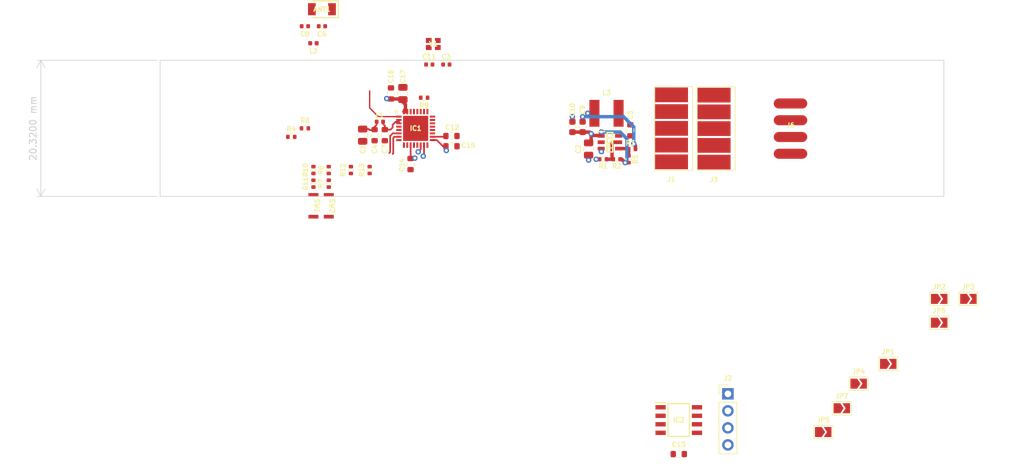
<source format=kicad_pcb>
(kicad_pcb (version 20211014) (generator pcbnew)
  (layers (0 "F.Cu" signal) (1 "In1.Cu" signal) (2 "In2.Cu" signal) (31 "B.Cu" signal) (34 "B.Paste" user) (35 "F.Paste" user) (36 "B.SilkS" user "B.Silkscreen") (37 "F.SilkS" user "F.Silkscreen") (38 "B.Mask" user) (39 "F.Mask" user) (44 "Edge.Cuts" user))
  (net 0 "")
  (net 1 "Net-(ANT1-Pad1)")
  (net 3 "VCC_A")
  (net 4 "GND")
  (net 5 "VIN")
  (net 6 "XTAL_P")
  (net 7 "Net-(C5-Pad1)")
  (net 8 "Net-(C5-Pad2)")
  (net 9 "VCC_3P3")
  (net 10 "LNA_IN")
  (net 11 "XTAL_N")
  (net 12 "GPIO11")
  (net 13 "EDGE0")
  (net 14 "EDGE1")
  (net 15 "BOOT2")
  (net 16 "ESP_EN")
  (net 17 "RS485_RX")
  (net 18 "RS485_TX")
  (net 19 "RS485_DE_RE")
  (net 20 "/GPIO6")
  (net 21 "/GPIO7")
  (net 22 "BOOT1")
  (net 23 "BOOT0")
  (net 24 "EDGE3")
  (net 25 "EDGE4")
  (net 26 "/GPIO13")
  (net 27 "/GPIO14")
  (net 28 "LED_DI")
  (net 29 "EDGE2")
  (net 30 "EDGE5")
  (net 31 "U0RXD")
  (net 32 "Net-(IC1-Pad28)")
  (net 33 "RS485_RX+")
  (net 34 "RS485_RX-")
  (net 35 "Net-(J2-Pad2)")
  (net 36 "Net-(J2-Pad3)")
  (net 37 "Net-(PS1-Pad4)")
  (net 38 "Net-(PS1-Pad5)")
  (net 39 "U0TXD")
  (net 40 "Net-(R7-Pad1)")
  (net 41 "Net-(R11-Pad1)")
  (net 42 "/GPIO0")
  (net 43 "/GPIO1")
  (footprint "hexleaf:ANTC3216X140N" (layer "F.Cu") (at 110.49 17.78 180)
    (fp_text reference "ANT1" (at 0 0) (layer "F.SilkS") (effects (font (size 0.7 0.7) (thickness 0.254))))
    (fp_text value "AMCA31-2R450G-S1F-T3" hide)
    (fp_line (start 1.5 -1.25) (end -2.425 -1.25) (layer "F.SilkS") (width 0.2))
    (fp_line (start -2.425 1.25) (end 1.5 1.25) (layer "F.SilkS") (width 0.2))
    (fp_line (start -2.425 -1.25) (end -2.425 1.25) (layer "F.SilkS") (width 0.2))
    (pad "1" smd rect (at -1.5 0 180) (size 1.15 1.8) (layers "F.Cu" "F.Paste" "F.Mask") (net 1 "Net-(ANT1-Pad1)"))
    (pad "2" smd rect (at 1.5 0 180) (size 1.15 1.8) (layers "F.Cu" "F.Paste" "F.Mask"))
  )
  (footprint "Resistor_SMD:R_0402_1005Metric" (layer "F.Cu") (at 156.21 40.17 -90)
    (fp_text reference "R5" (at 0 -1.016 90) (layer "F.SilkS") (effects (font (size 0.7 0.7))))
    (fp_text value "24k")
    (fp_line (start -0.153641 -0.38) (end 0.153641 -0.38) (layer "F.SilkS") (width 0.12))
    (fp_line (start -0.153641 0.38) (end 0.153641 0.38) (layer "F.SilkS") (width 0.12))
    (pad "1" smd roundrect locked (at -0.51 0 270) (size 0.54 0.64) (layers "F.Cu" "F.Paste" "F.Mask") (net 37 "Net-(PS1-Pad4)"))
    (pad "2" smd roundrect locked (at 0.51 0 270) (size 0.54 0.64) (layers "F.Cu" "F.Paste" "F.Mask") (net 4 "GND"))
  )
  (footprint "Capacitor_SMD:C_0603_1608Metric" (layer "F.Cu") (at 147.828 35.344 -90)
    (fp_text reference "C10" (at -2.54 0 90) (layer "F.SilkS") (effects (font (size 0.7 0.7))))
    (fp_text value "22uF /10V")
    (fp_line (start -0.14058 0.51) (end 0.14058 0.51) (layer "F.SilkS") (width 0.12))
    (fp_line (start -0.14058 -0.51) (end 0.14058 -0.51) (layer "F.SilkS") (width 0.12))
    (pad "1" smd roundrect locked (at -0.775 0 270) (size 0.9 0.95) (layers "F.Cu" "F.Paste" "F.Mask") (net 3 "VCC_A"))
    (pad "2" smd roundrect locked (at 0.775 0 270) (size 0.9 0.95) (layers "F.Cu" "F.Paste" "F.Mask") (net 4 "GND"))
  )
  (footprint "Resistor_SMD:R_0402_1005Metric" (layer "F.Cu") (at 107.95 35.56)
    (fp_text reference "R8" (at 0 -1.17) (layer "F.SilkS") (effects (font (size 0.7 0.7))))
    (fp_text value "0R")
    (fp_line (start -0.153641 -0.38) (end 0.153641 -0.38) (layer "F.SilkS") (width 0.12))
    (fp_line (start -0.153641 0.38) (end 0.153641 0.38) (layer "F.SilkS") (width 0.12))
    (pad "1" smd roundrect locked (at -0.51 0) (size 0.54 0.64) (layers "F.Cu" "F.Paste" "F.Mask") (net 35 "Net-(J2-Pad2)"))
    (pad "2" smd roundrect locked (at 0.51 0) (size 0.54 0.64) (layers "F.Cu" "F.Paste" "F.Mask") (net 31 "U0RXD"))
  )
  (footprint "Resistor_SMD:R_0402_1005Metric" (layer "F.Cu") (at 156.718 38.646 180)
    (fp_text reference "R3" (at 0.254 0.889) (layer "F.SilkS") (effects (font (size 0.7 0.7))))
    (fp_text value "75k")
    (fp_line (start -0.153641 -0.38) (end 0.153641 -0.38) (layer "F.SilkS") (width 0.12))
    (fp_line (start -0.153641 0.38) (end 0.153641 0.38) (layer "F.SilkS") (width 0.12))
    (pad "1" smd roundrect locked (at -0.51 0 180) (size 0.54 0.64) (layers "F.Cu" "F.Paste" "F.Mask") (net 3 "VCC_A"))
    (pad "2" smd roundrect locked (at 0.51 0 180) (size 0.54 0.64) (layers "F.Cu" "F.Paste" "F.Mask") (net 37 "Net-(PS1-Pad4)"))
  )
  (footprint "hexleaf:KXT3-1831561" (layer "F.Cu") (at 109.22 47.117 -90)
    (fp_text reference "SW1" (at 0 -0.5 -90 unlocked) (layer "F.SilkS") (effects (font (size 0.7 0.7))))
    (fp_text value "SW_SPST")
    (pad "1" smd rect (at -1.625 0 270) (size 0.55 1.5) (layers "F.Cu" "F.Paste" "F.Mask") (net 41 "Net-(R11-Pad1)"))
    (pad "2" smd rect (at 1.625 0 270) (size 0.55 1.5) (layers "F.Cu" "F.Paste" "F.Mask") (net 4 "GND"))
  )
  (footprint "Jumper:SolderJumper-2_P1.3mm_Open_TrianglePad1.0x1.5mm" (layer "F.Cu") (at 194.91 70.71)
    (fp_text reference "JP1" (at 0 -1.8) (layer "F.SilkS") (effects (font (size 0.7 0.7))))
    (fp_text value "SolderJumper_2_Open")
    (fp_line (start 1.4 1) (end -1.4 1) (layer "F.SilkS") (width 0.12))
    (fp_line (start -1.4 1) (end -1.4 -1) (layer "F.SilkS") (width 0.12))
    (fp_line (start -1.4 -1) (end 1.4 -1) (layer "F.SilkS") (width 0.12))
    (fp_line (start 1.4 -1) (end 1.4 1) (layer "F.SilkS") (width 0.12))
    (pad "1" smd custom locked (at -0.725 0) (size 0.3 0.3) (layers "F.Cu" "F.Mask") (net 13 "EDGE0") (options (clearance outline) (anchor rect)) (primitives (gr_poly (pts (xy 1 0) (xy 0.5 0.75) (xy -0.5 0.75) (xy -0.5 -0.75) (xy 0.5 -0.75)) (width 0) (fill yes))))
    (pad "2" smd custom locked (at 0.725 0) (size 0.3 0.3) (layers "F.Cu" "F.Mask") (net 14 "EDGE1") (options (clearance outline) (anchor rect)) (primitives (gr_poly (pts (xy 0.5 0.75) (xy -0.65 0.75) (xy -0.15 0) (xy -0.65 -0.75) (xy 0.5 -0.75)) (width 0) (fill yes))))
  )
  (footprint "Connector_PinHeader_2.54mm:PinHeader_1x04_P2.54mm_Vertical" (layer "F.Cu") (at 171.01 75.18)
    (fp_text reference "J2" (at 0 -2.33) (layer "F.SilkS") (effects (font (size 0.7 0.7))))
    (fp_text value "Conn_01x04")
    (fp_line (start -1.33 1.27) (end 1.33 1.27) (layer "F.SilkS") (width 0.12))
    (fp_line (start 1.33 1.27) (end 1.33 8.95) (layer "F.SilkS") (width 0.12))
    (fp_line (start -1.33 0) (end -1.33 -1.33) (layer "F.SilkS") (width 0.12))
    (fp_line (start -1.33 8.95) (end 1.33 8.95) (layer "F.SilkS") (width 0.12))
    (fp_line (start -1.33 -1.33) (end 0 -1.33) (layer "F.SilkS") (width 0.12))
    (fp_line (start -1.33 1.27) (end -1.33 8.95) (layer "F.SilkS") (width 0.12))
    (pad "1" thru_hole rect locked (at 0 0) (size 1.7 1.7) (drill 1) (layers *.Cu *.Mask) (net 4 "GND"))
    (pad "2" thru_hole oval locked (at 0 2.54) (size 1.7 1.7) (drill 1) (layers *.Cu *.Mask) (net 35 "Net-(J2-Pad2)"))
    (pad "3" thru_hole oval locked (at 0 5.08) (size 1.7 1.7) (drill 1) (layers *.Cu *.Mask) (net 36 "Net-(J2-Pad3)"))
    (pad "4" thru_hole oval locked (at 0 7.62) (size 1.7 1.7) (drill 1) (layers *.Cu *.Mask) (net 3 "VCC_A"))
  )
  (footprint "Resistor_SMD:R_0402_1005Metric" (layer "F.Cu") (at 105.92 36.83)
    (fp_text reference "R4" (at 0 -1.17) (layer "F.SilkS") (effects (font (size 0.7 0.7))))
    (fp_text value "0R")
    (fp_line (start -0.153641 0.38) (end 0.153641 0.38) (layer "F.SilkS") (width 0.12))
    (fp_line (start -0.153641 -0.38) (end 0.153641 -0.38) (layer "F.SilkS") (width 0.12))
    (pad "1" smd roundrect locked (at -0.51 0) (size 0.54 0.64) (layers "F.Cu" "F.Paste" "F.Mask") (net 39 "U0TXD"))
    (pad "2" smd roundrect locked (at 0.51 0) (size 0.54 0.64) (layers "F.Cu" "F.Paste" "F.Mask") (net 36 "Net-(J2-Pad3)"))
  )
  (footprint "Capacitor_SMD:C_0402_1005Metric" (layer "F.Cu") (at 107.95 20.32 180)
    (fp_text reference "C8" (at 0 -1.16) (layer "F.SilkS") (effects (font (size 0.7 0.7))))
    (fp_text value "5p")
    (fp_line (start -0.107836 0.36) (end 0.107836 0.36) (layer "F.SilkS") (width 0.12))
    (fp_line (start -0.107836 -0.36) (end 0.107836 -0.36) (layer "F.SilkS") (width 0.12))
    (pad "1" smd roundrect locked (at -0.48 0 180) (size 0.56 0.62) (layers "F.Cu" "F.Paste" "F.Mask") (net 10 "LNA_IN"))
    (pad "2" smd roundrect locked (at 0.48 0 180) (size 0.56 0.62) (layers "F.Cu" "F.Paste" "F.Mask") (net 4 "GND"))
  )
  (footprint "Jumper:SolderJumper-2_P1.3mm_Open_TrianglePad1.0x1.5mm" (layer "F.Cu") (at 187.99 77.33)
    (fp_text reference "JP7" (at 0 -1.8) (layer "F.SilkS") (effects (font (size 0.7 0.7))))
    (fp_text value "SolderJumper_2_Open")
    (fp_line (start 1.4 -1) (end 1.4 1) (layer "F.SilkS") (width 0.12))
    (fp_line (start -1.4 1) (end -1.4 -1) (layer "F.SilkS") (width 0.12))
    (fp_line (start -1.4 -1) (end 1.4 -1) (layer "F.SilkS") (width 0.12))
    (fp_line (start 1.4 1) (end -1.4 1) (layer "F.SilkS") (width 0.12))
    (pad "1" smd custom locked (at -0.725 0) (size 0.3 0.3) (layers "F.Cu" "F.Mask") (net 17 "RS485_RX") (options (clearance outline) (anchor rect)) (primitives (gr_poly (pts (xy 1 0) (xy 0.5 0.75) (xy -0.5 0.75) (xy -0.5 -0.75) (xy 0.5 -0.75)) (width 0) (fill yes))))
    (pad "2" smd custom locked (at 0.725 0) (size 0.3 0.3) (layers "F.Cu" "F.Mask") (net 34 "RS485_RX-") (options (clearance outline) (anchor rect)) (primitives (gr_poly (pts (xy 0.5 0.75) (xy -0.65 0.75) (xy -0.15 0) (xy -0.65 -0.75) (xy 0.5 -0.75)) (width 0) (fill yes))))
  )
  (footprint "Resistor_SMD:R_0402_1005Metric" (layer "F.Cu") (at 111.506 41.781 90)
    (fp_text reference "R6" (at 0 -1.17 90) (layer "F.SilkS") (effects (font (size 0.7 0.7))))
    (fp_text value "12k")
    (fp_line (start -0.153641 0.38) (end 0.153641 0.38) (layer "F.SilkS") (width 0.12))
    (fp_line (start -0.153641 -0.38) (end 0.153641 -0.38) (layer "F.SilkS") (width 0.12))
    (pad "1" smd roundrect locked (at -0.51 0 90) (size 0.54 0.64) (layers "F.Cu" "F.Paste" "F.Mask") (net 23 "BOOT0"))
    (pad "2" smd roundrect locked (at 0.51 0 90) (size 0.54 0.64) (layers "F.Cu" "F.Paste" "F.Mask") (net 3 "VCC_A"))
  )
  (footprint "Resistor_SMD:R_0603_1608Metric" (layer "F.Cu") (at 156.464 35.852 90)
    (fp_text reference "C5" (at 2.286 0 90) (layer "F.SilkS") (effects (font (size 0.7 0.7))))
    (fp_text value "100n/50V")
    (fp_line (start -0.237258 0.5225) (end 0.237258 0.5225) (layer "F.SilkS") (width 0.12))
    (fp_line (start -0.237258 -0.5225) (end 0.237258 -0.5225) (layer "F.SilkS") (width 0.12))
    (pad "1" smd roundrect locked (at -0.825 0 90) (size 0.8 0.95) (layers "F.Cu" "F.Paste" "F.Mask") (net 7 "Net-(C5-Pad1)"))
    (pad "2" smd roundrect locked (at 0.825 0 90) (size 0.8 0.95) (layers "F.Cu" "F.Paste" "F.Mask") (net 8 "Net-(C5-Pad2)"))
  )
  (footprint "Resistor_SMD:R_0402_1005Metric" (layer "F.Cu") (at 109.22 41.783 90)
    (fp_text reference "R10" (at 0 -1.17 90) (layer "F.SilkS") (effects (font (size 0.7 0.7))))
    (fp_text value "12k")
    (fp_line (start -0.153641 -0.38) (end 0.153641 -0.38) (layer "F.SilkS") (width 0.12))
    (fp_line (start -0.153641 0.38) (end 0.153641 0.38) (layer "F.SilkS") (width 0.12))
    (pad "1" smd roundrect locked (at -0.51 0 90) (size 0.54 0.64) (layers "F.Cu" "F.Paste" "F.Mask") (net 16 "ESP_EN"))
    (pad "2" smd roundrect locked (at 0.51 0 90) (size 0.54 0.64) (layers "F.Cu" "F.Paste" "F.Mask") (net 3 "VCC_A"))
  )
  (footprint "Resistor_SMD:R_0402_1005Metric" (layer "F.Cu") (at 109.22 43.815 90)
    (fp_text reference "R11" (at 0 -1.17 90) (layer "F.SilkS") (effects (font (size 0.7 0.7))))
    (fp_text value "470R")
    (fp_line (start -0.153641 -0.38) (end 0.153641 -0.38) (layer "F.SilkS") (width 0.12))
    (fp_line (start -0.153641 0.38) (end 0.153641 0.38) (layer "F.SilkS") (width 0.12))
    (pad "1" smd roundrect locked (at -0.51 0 90) (size 0.54 0.64) (layers "F.Cu" "F.Paste" "F.Mask") (net 41 "Net-(R11-Pad1)"))
    (pad "2" smd roundrect locked (at 0.51 0 90) (size 0.54 0.64) (layers "F.Cu" "F.Paste" "F.Mask") (net 16 "ESP_EN"))
  )
  (footprint "Resistor_SMD:R_0603_1608Metric" (layer "F.Cu") (at 163.685 84.17)
    (fp_text reference "C13" (at 0 -1.43) (layer "F.SilkS") (effects (font (size 0.7 0.7))))
    (fp_text value "100n/50V")
    (fp_line (start -0.237258 0.5225) (end 0.237258 0.5225) (layer "F.SilkS") (width 0.12))
    (fp_line (start -0.237258 -0.5225) (end 0.237258 -0.5225) (layer "F.SilkS") (width 0.12))
    (pad "1" smd roundrect locked (at -0.825 0) (size 0.8 0.95) (layers "F.Cu" "F.Paste" "F.Mask") (net 3 "VCC_A"))
    (pad "2" smd roundrect locked (at 0.825 0) (size 0.8 0.95) (layers "F.Cu" "F.Paste" "F.Mask") (net 4 "GND"))
  )
  (footprint "Jumper:SolderJumper-2_P1.3mm_Open_TrianglePad1.0x1.5mm" (layer "F.Cu") (at 185.22 80.88)
    (fp_text reference "JP5" (at 0 -1.8) (layer "F.SilkS") (effects (font (size 0.7 0.7))))
    (fp_text value "SolderJumper_2_Open")
    (fp_line (start 1.4 1) (end -1.4 1) (layer "F.SilkS") (width 0.12))
    (fp_line (start -1.4 1) (end -1.4 -1) (layer "F.SilkS") (width 0.12))
    (fp_line (start -1.4 -1) (end 1.4 -1) (layer "F.SilkS") (width 0.12))
    (fp_line (start 1.4 -1) (end 1.4 1) (layer "F.SilkS") (width 0.12))
    (pad "1" smd custom locked (at -0.725 0) (size 0.3 0.3) (layers "F.Cu" "F.Mask") (net 13 "EDGE0") (options (clearance outline) (anchor rect)) (primitives (gr_poly (pts (xy 1 0) (xy 0.5 0.75) (xy -0.5 0.75) (xy -0.5 -0.75) (xy 0.5 -0.75)) (width 0) (fill yes))))
    (pad "2" smd custom locked (at 0.725 0) (size 0.3 0.3) (layers "F.Cu" "F.Mask") (net 30 "EDGE5") (options (clearance outline) (anchor rect)) (primitives (gr_poly (pts (xy 0.5 0.75) (xy -0.65 0.75) (xy -0.15 0) (xy -0.65 -0.75) (xy 0.5 -0.75)) (width 0) (fill yes))))
  )
  (footprint "Resistor_SMD:R_0805_2012Metric" (layer "F.Cu") (at 122.555 30.353 90)
    (fp_text reference "C17" (at 2.54 0 90) (layer "F.SilkS") (effects (font (size 0.7 0.7))))
    (fp_text value "10n/100V")
    (fp_line (start -0.227064 0.735) (end 0.227064 0.735) (layer "F.SilkS") (width 0.12))
    (fp_line (start -0.227064 -0.735) (end 0.227064 -0.735) (layer "F.SilkS") (width 0.12))
    (pad "1" smd roundrect locked (at -0.9125 0 90) (size 1.025 1.4) (layers "F.Cu" "F.Paste" "F.Mask") (roundrect_rratio 0.243902) (net 3 "VCC_A"))
    (pad "2" smd roundrect locked (at 0.9125 0 90) (size 1.025 1.4) (layers "F.Cu" "F.Paste" "F.Mask") (roundrect_rratio 0.243902) (net 4 "GND"))
  )
  (footprint "Resistor_SMD:R_0402_1005Metric" (layer "F.Cu") (at 154.432 40.17)
    (fp_text reference "R2" (at 0 1.016) (layer "F.SilkS") (effects (font (size 0.7 0.7))))
    (fp_text value "DNF")
    (fp_line (start -0.153641 -0.38) (end 0.153641 -0.38) (layer "F.SilkS") (width 0.12))
    (fp_line (start -0.153641 0.38) (end 0.153641 0.38) (layer "F.SilkS") (width 0.12))
    (pad "1" smd roundrect locked (at -0.51 0) (size 0.54 0.64) (layers "F.Cu" "F.Paste" "F.Mask") (net 38 "Net-(PS1-Pad5)"))
    (pad "2" smd roundrect locked (at 0.51 0) (size 0.54 0.64) (layers "F.Cu" "F.Paste" "F.Mask") (net 4 "GND"))
  )
  (footprint "Resistor_SMD:R_0603_1608Metric" (layer "F.Cu") (at 129.794 36.703)
    (fp_text reference "C12" (at 0.127 -1.27) (layer "F.SilkS") (effects (font (size 0.7 0.7))))
    (fp_text value "100n/50V")
    (fp_line (start -0.237258 0.5225) (end 0.237258 0.5225) (layer "F.SilkS") (width 0.12))
    (fp_line (start -0.237258 -0.5225) (end 0.237258 -0.5225) (layer "F.SilkS") (width 0.12))
    (pad "1" smd roundrect locked (at -0.825 0) (size 0.8 0.95) (layers "F.Cu" "F.Paste" "F.Mask") (net 12 "GPIO11"))
    (pad "2" smd roundrect locked (at 0.825 0) (size 0.8 0.95) (layers "F.Cu" "F.Paste" "F.Mask") (net 4 "GND"))
  )
  (footprint "Jumper:SolderJumper-2_P1.3mm_Open_TrianglePad1.0x1.5mm" (layer "F.Cu") (at 190.5 73.66)
    (fp_text reference "JP4" (at 0 -1.8) (layer "F.SilkS") (effects (font (size 0.7 0.7))))
    (fp_text value "SolderJumper_2_Open")
    (fp_line (start 1.4 1) (end -1.4 1) (layer "F.SilkS") (width 0.12))
    (fp_line (start -1.4 1) (end -1.4 -1) (layer "F.SilkS") (width 0.12))
    (fp_line (start -1.4 -1) (end 1.4 -1) (layer "F.SilkS") (width 0.12))
    (fp_line (start 1.4 -1) (end 1.4 1) (layer "F.SilkS") (width 0.12))
    (pad "1" smd custom locked (at -0.725 0) (size 0.3 0.3) (layers "F.Cu" "F.Mask") (net 13 "EDGE0") (options (clearance outline) (anchor rect)) (primitives (gr_poly (pts (xy 1 0) (xy 0.5 0.75) (xy -0.5 0.75) (xy -0.5 -0.75) (xy 0.5 -0.75)) (width 0) (fill yes))))
    (pad "2" smd custom locked (at 0.725 0) (size 0.3 0.3) (layers "F.Cu" "F.Mask") (net 25 "EDGE4") (options (clearance outline) (anchor rect)) (primitives (gr_poly (pts (xy 0.5 0.75) (xy -0.65 0.75) (xy -0.15 0) (xy -0.65 -0.75) (xy 0.5 -0.75)) (width 0) (fill yes))))
  )
  (footprint "hexleaf:SOIC127P600X175-8N" (layer "F.Cu") (at 163.685 79.09)
    (fp_text reference "IC2" (at 0 0) (layer "F.SilkS") (effects (font (size 0.7 0.7) (thickness 0.254))))
    (fp_text value "MAX14781EESA+" hide)
    (fp_line (start -3.475 -2.58) (end -1.95 -2.58) (layer "F.SilkS") (width 0.2))
    (fp_line (start 1.6 2.45) (end -1.6 2.45) (layer "F.SilkS") (width 0.2))
    (fp_line (start 1.6 -2.45) (end 1.6 2.45) (layer "F.SilkS") (width 0.2))
    (fp_line (start -1.6 2.45) (end -1.6 -2.45) (layer "F.SilkS") (width 0.2))
    (fp_line (start -1.6 -2.45) (end 1.6 -2.45) (layer "F.SilkS") (width 0.2))
    (pad "1" smd rect (at -2.712 -1.905 90) (size 0.65 1.525) (layers "F.Cu" "F.Paste" "F.Mask") (net 17 "RS485_RX"))
    (pad "2" smd rect (at -2.712 -0.635 90) (size 0.65 1.525) (layers "F.Cu" "F.Paste" "F.Mask") (net 19 "RS485_DE_RE"))
    (pad "3" smd rect (at -2.712 0.635 90) (size 0.65 1.525) (layers "F.Cu" "F.Paste" "F.Mask") (net 19 "RS485_DE_RE"))
    (pad "4" smd rect (at -2.712 1.905 90) (size 0.65 1.525) (layers "F.Cu" "F.Paste" "F.Mask") (net 18 "RS485_TX"))
    (pad "5" smd rect (at 2.712 1.905 90) (size 0.65 1.525) (layers "F.Cu" "F.Paste" "F.Mask") (net 4 "GND"))
    (pad "6" smd rect (at 2.712 0.635 90) (size 0.65 1.525) (layers "F.Cu" "F.Paste" "F.Mask") (net 33 "RS485_RX+"))
    (pad "7" smd rect (at 2.712 -0.635 90) (size 0.65 1.525) (layers "F.Cu" "F.Paste" "F.Mask") (net 34 "RS485_RX-"))
    (pad "8" smd rect (at 2.712 -1.905 90) (size 0.65 1.525) (layers "F.Cu" "F.Paste" "F.Mask") (net 3 "VCC_A"))
  )
  (footprint "Resistor_SMD:R_0402_1005Metric" (layer "F.Cu") (at 152.4 40.17)
    (fp_text reference "R1" (at 0 1.016) (layer "F.SilkS") (effects (font (size 0.7 0.7))))
    (fp_text value "DNF")
    (fp_line (start -0.153641 -0.38) (end 0.153641 -0.38) (layer "F.SilkS") (width 0.12))
    (fp_line (start -0.153641 0.38) (end 0.153641 0.38) (layer "F.SilkS") (width 0.12))
    (pad "1" smd roundrect locked (at -0.51 0) (size 0.54 0.64) (layers "F.Cu" "F.Paste" "F.Mask") (net 5 "VIN"))
    (pad "2" smd roundrect locked (at 0.51 0) (size 0.54 0.64) (layers "F.Cu" "F.Paste" "F.Mask") (net 38 "Net-(PS1-Pad5)"))
  )
  (footprint "Resistor_SMD:R_0402_1005Metric" (layer "F.Cu") (at 117.602 41.783 90)
    (fp_text reference "R13" (at 0 -1.17 90) (layer "F.SilkS") (effects (font (size 0.7 0.7))))
    (fp_text value "10k")
    (fp_line (start -0.153641 0.38) (end 0.153641 0.38) (layer "F.SilkS") (width 0.12))
    (fp_line (start -0.153641 -0.38) (end 0.153641 -0.38) (layer "F.SilkS") (width 0.12))
    (pad "1" smd roundrect locked (at -0.51 0 90) (size 0.54 0.64) (layers "F.Cu" "F.Paste" "F.Mask") (net 22 "BOOT1"))
    (pad "2" smd roundrect locked (at 0.51 0 90) (size 0.54 0.64) (layers "F.Cu" "F.Paste" "F.Mask") (net 3 "VCC_A"))
  )
  (footprint "Inductor_SMD:L_0402_1005Metric" (layer "F.Cu") (at 109.22 22.86 180)
    (fp_text reference "L2" (at 0 -1.17) (layer "F.SilkS") (effects (font (size 0.7 0.7))))
    (fp_text value "1.8n")
    (pad "1" smd roundrect locked (at -0.485 0 180) (size 0.59 0.64) (layers "F.Cu" "F.Paste" "F.Mask") (net 1 "Net-(ANT1-Pad1)"))
    (pad "2" smd roundrect locked (at 0.485 0 180) (size 0.59 0.64) (layers "F.Cu" "F.Paste" "F.Mask") (net 10 "LNA_IN"))
  )
  (footprint "Resistor_SMD:R_0402_1005Metric" (layer "F.Cu") (at 114.808 41.783 90)
    (fp_text reference "R12" (at 0 -1.17 90) (layer "F.SilkS") (effects (font (size 0.7 0.7))))
    (fp_text value "10k")
    (fp_line (start -0.153641 0.38) (end 0.153641 0.38) (layer "F.SilkS") (width 0.12))
    (fp_line (start -0.153641 -0.38) (end 0.153641 -0.38) (layer "F.SilkS") (width 0.12))
    (pad "1" smd roundrect locked (at -0.51 0 90) (size 0.54 0.64) (layers "F.Cu" "F.Paste" "F.Mask") (net 15 "BOOT2"))
    (pad "2" smd roundrect locked (at 0.51 0 90) (size 0.54 0.64) (layers "F.Cu" "F.Paste" "F.Mask") (net 3 "VCC_A"))
  )
  (footprint "Jumper:SolderJumper-2_P1.3mm_Open_TrianglePad1.0x1.5mm" (layer "F.Cu") (at 202.51 64.56)
    (fp_text reference "JP6" (at 0 -1.8) (layer "F.SilkS") (effects (font (size 0.7 0.7))))
    (fp_text value "SolderJumper_2_Open")
    (fp_line (start -1.4 1) (end -1.4 -1) (layer "F.SilkS") (width 0.12))
    (fp_line (start 1.4 -1) (end 1.4 1) (layer "F.SilkS") (width 0.12))
    (fp_line (start -1.4 -1) (end 1.4 -1) (layer "F.SilkS") (width 0.12))
    (fp_line (start 1.4 1) (end -1.4 1) (layer "F.SilkS") (width 0.12))
    (pad "1" smd custom locked (at -0.725 0) (size 0.3 0.3) (layers "F.Cu" "F.Mask") (net 18 "RS485_TX") (options (clearance outline) (anchor rect)) (primitives (gr_poly (pts (xy 1 0) (xy 0.5 0.75) (xy -0.5 0.75) (xy -0.5 -0.75) (xy 0.5 -0.75)) (width 0) (fill yes))))
    (pad "2" smd custom locked (at 0.725 0) (size 0.3 0.3) (layers "F.Cu" "F.Mask") (net 33 "RS485_RX+") (options (clearance outline) (anchor rect)) (primitives (gr_poly (pts (xy 0.5 0.75) (xy -0.65 0.75) (xy -0.15 0) (xy -0.65 -0.75) (xy 0.5 -0.75)) (width 0) (fill yes))))
  )
  (footprint "hexleaf:QFN50P500X500X90-33N-D" (layer "F.Cu") (at 124.46 35.56)
    (fp_text reference "IC1" (at 0 0) (layer "F.SilkS") (effects (font (size 0.7 0.7) (thickness 0.254))))
    (fp_text value "ESP32-C3-FH4" hide)
    (fp_circle (center -2.9 -2.5) (end -2.9 -2.375) (layer "F.SilkS") (width 0.25) (fill none))
    (pad "1" smd rect (at -2.5 -1.75 90) (size 0.3 0.8) (layers "F.Cu" "F.Paste" "F.Mask") (net 10 "LNA_IN"))
    (pad "2" smd rect (at -2.5 -1.25 90) (size 0.3 0.8) (layers "F.Cu" "F.Paste" "F.Mask") (net 9 "VCC_3P3"))
    (pad "3" smd rect (at -2.5 -0.75 90) (size 0.3 0.8) (layers "F.Cu" "F.Paste" "F.Mask") (net 9 "VCC_3P3"))
    (pad "4" smd rect (at -2.5 -0.25 90) (size 0.3 0.8) (layers "F.Cu" "F.Paste" "F.Mask") (net 42 "/GPIO0"))
    (pad "5" smd rect (at -2.5 0.25 90) (size 0.3 0.8) (layers "F.Cu" "F.Paste" "F.Mask") (net 43 "/GPIO1"))
    (pad "6" smd rect (at -2.5 0.75 90) (size 0.3 0.8) (layers "F.Cu" "F.Paste" "F.Mask") (net 15 "BOOT2"))
    (pad "7" smd rect (at -2.5 1.25 90) (size 0.3 0.8) (layers "F.Cu" "F.Paste" "F.Mask") (net 16 "ESP_EN"))
    (pad "8" smd rect (at -2.5 1.75 90) (size 0.3 0.8) (layers "F.Cu" "F.Paste" "F.Mask") (net 17 "RS485_RX"))
    (pad "9" smd rect (at -1.75 2.5) (size 0.3 0.8) (layers "F.Cu" "F.Paste" "F.Mask") (net 18 "RS485_TX"))
    (pad "10" smd rect (at -1.25 2.5) (size 0.3 0.8) (layers "F.Cu" "F.Paste" "F.Mask") (net 19 "RS485_DE_RE"))
    (pad "11" smd rect (at -0.75 2.5) (size 0.3 0.8) (layers "F.Cu" "F.Paste" "F.Mask") (net 3 "VCC_A"))
    (pad "12" smd rect (at -0.25 2.5) (size 0.3 0.8) (layers "F.Cu" "F.Paste" "F.Mask") (net 20 "/GPIO6"))
    (pad "13" smd rect (at 0.25 2.5) (size 0.3 0.8) (layers "F.Cu" "F.Paste" "F.Mask") (net 21 "/GPIO7"))
    (pad "14" smd rect (at 0.75 2.5) (size 0.3 0.8) (layers "F.Cu" "F.Paste" "F.Mask") (net 22 "BOOT1"))
    (pad "15" smd rect (at 1.25 2.5) (size 0.3 0.8) (layers "F.Cu" "F.Paste" "F.Mask") (net 23 "BOOT0"))
    (pad "16" smd rect (at 1.75 2.5) (size 0.3 0.8) (layers "F.Cu" "F.Paste" "F.Mask") (net 24 "EDGE3"))
    (pad "17" smd rect (at 2.5 1.75 90) (size 0.3 0.8) (layers "F.Cu" "F.Paste" "F.Mask") (net 3 "VCC_A"))
    (pad "18" smd rect (at 2.5 1.25 90) (size 0.3 0.8) (layers "F.Cu" "F.Paste" "F.Mask") (net 12 "GPIO11"))
    (pad "19" smd rect (at 2.5 0.75 90) (size 0.3 0.8) (layers "F.Cu" "F.Paste" "F.Mask") (net 25 "EDGE4"))
    (pad "20" smd rect (at 2.5 0.25 90) (size 0.3 0.8) (layers "F.Cu" "F.Paste" "F.Mask") (net 26 "/GPIO13"))
    (pad "21" smd rect (at 2.5 -0.25 90) (size 0.3 0.8) (layers "F.Cu" "F.Paste" "F.Mask") (net 27 "/GPIO14"))
    (pad "22" smd rect (at 2.5 -0.75 90) (size 0.3 0.8) (layers "F.Cu" "F.Paste" "F.Mask") (net 28 "LED_DI"))
    (pad "23" smd rect (at 2.5 -1.25 90) (size 0.3 0.8) (layers "F.Cu" "F.Paste" "F.Mask") (net 13 "EDGE0"))
    (pad "24" smd rect (at 2.5 -1.75 90) (size 0.3 0.8) (layers "F.Cu" "F.Paste" "F.Mask") (net 14 "EDGE1"))
    (pad "25" smd rect (at 1.75 -2.5) (size 0.3 0.8) (layers "F.Cu" "F.Paste" "F.Mask") (net 29 "EDGE2"))
    (pad "26" smd rect (at 1.25 -2.5) (size 0.3 0.8) (layers "F.Cu" "F.Paste" "F.Mask") (net 30 "EDGE5"))
    (pad "27" smd rect (at 0.75 -2.5) (size 0.3 0.8) (layers "F.Cu" "F.Paste" "F.Mask") (net 31 "U0RXD"))
    (pad "28" smd rect (at 0.25 -2.5) (size 0.3 0.8) (layers "F.Cu" "F.Paste" "F.Mask") (net 32 "Net-(IC1-Pad28)"))
    (pad "29" smd rect (at -0.25 -2.5) (size 0.3 0.8) (layers "F.Cu" "F.Paste" "F.Mask") (net 11 "XTAL_N"))
    (pad "30" smd rect (at -0.75 -2.5) (size 0.3 0.8) (layers "F.Cu" "F.Paste" "F.Mask") (net 6 "XTAL_P"))
    (pad "31" smd rect (at -1.25 -2.5) (size 0.3 0.8) (layers "F.Cu" "F.Paste" "F.Mask") (net 3 "VCC_A"))
    (pad "32" smd rect (at -1.75 -2.5) (size 0.3 0.8) (layers "F.Cu" "F.Paste" "F.Mask") (net 3 "VCC_A"))
    (pad "33" smd rect (at 0 0) (size 3.75 3.75) (layers "F.Cu" "F.Paste" "F.Mask") (net 4 "GND"))
  )
  (footprint "Resistor_SMD:R_0402_1005Metric" (layer "F.Cu") (at 125.73 30.988 180)
    (fp_text reference "R9" (at 0 -1.17) (layer "F.SilkS") (effects (font (size 0.7 0.7))))
    (fp_text value "470R")
    (fp_line (start -0.153641 -0.38) (end 0.153641 -0.38) (layer "F.SilkS") (width 0.12))
    (fp_line (start -0.153641 0.38) (end 0.153641 0.38) (layer "F.SilkS") (width 0.12))
    (pad "1" smd roundrect locked (at -0.51 0 180) (size 0.54 0.64) (layers "F.Cu" "F.Paste" "F.Mask") (net 39 "U0TXD"))
    (pad "2" smd roundrect locked (at 0.51 0 180) (size 0.54 0.64) (layers "F.Cu" "F.Paste" "F.Mask") (net 32 "Net-(IC1-Pad28)"))
  )
  (footprint "Capacitor_SMD:C_0402_1005Metric" (layer "F.Cu") (at 126.492 26.035)
    (fp_text reference "C11" (at 0 -1.16) (layer "F.SilkS") (effects (font (size 0.7 0.7))))
    (fp_text value "6p/50V")
    (fp_line (start -0.107836 -0.36) (end 0.107836 -0.36) (layer "F.SilkS") (width 0.12))
    (fp_line (start -0.107836 0.36) (end 0.107836 0.36) (layer "F.SilkS") (width 0.12))
    (pad "1" smd roundrect locked (at -0.48 0) (size 0.56 0.62) (layers "F.Cu" "F.Paste" "F.Mask") (net 11 "XTAL_N"))
    (pad "2" smd roundrect locked (at 0.48 0) (size 0.56 0.62) (layers "F.Cu" "F.Paste" "F.Mask") (net 4 "GND"))
  )
  (footprint "Capacitor_SMD:C_0402_1005Metric" (layer "F.Cu") (at 129.032 26.035)
    (fp_text reference "C3" (at 0 -1.16) (layer "F.SilkS") (effects (font (size 0.7 0.7))))
    (fp_text value "6p/50V")
    (fp_line (start -0.107836 -0.36) (end 0.107836 -0.36) (layer "F.SilkS") (width 0.12))
    (fp_line (start -0.107836 0.36) (end 0.107836 0.36) (layer "F.SilkS") (width 0.12))
    (pad "1" smd roundrect locked (at -0.48 0) (size 0.56 0.62) (layers "F.Cu" "F.Paste" "F.Mask") (net 4 "GND"))
    (pad "2" smd roundrect locked (at 0.48 0) (size 0.56 0.62) (layers "F.Cu" "F.Paste" "F.Mask") (net 6 "XTAL_P"))
  )
  (footprint "Capacitor_SMD:C_0402_1005Metric" (layer "F.Cu") (at 119.126 34.5675)
    (fp_text reference "L1" (at 0 -0.952) (layer "F.SilkS") (effects (font (size 0.7 0.7))))
    (fp_text value "2n")
    (fp_line (start -0.107836 0.36) (end 0.107836 0.36) (layer "F.SilkS") (width 0.12))
    (fp_line (start -0.107836 -0.36) (end 0.107836 -0.36) (layer "F.SilkS") (width 0.12))
    (pad "1" smd roundrect locked (at -0.48 0) (size 0.56 0.62) (layers "F.Cu" "F.Paste" "F.Mask") (net 3 "VCC_A"))
    (pad "2" smd roundrect locked (at 0.48 0) (size 0.56 0.62) (layers "F.Cu" "F.Paste" "F.Mask") (net 9 "VCC_3P3"))
  )
  (footprint "hexleaf:009155005201006" (layer "F.Cu") (at 162.56 35.56)
    (fp_text reference "J1" (at 0 7.62 unlocked) (layer "F.SilkS") (effects (font (size 0.7 0.7))))
    (fp_text value "009155005201006")
    (fp_rect (start -2.475 6.25) (end 3.175 -6.25) (layer "F.SilkS") (width 0.12) (fill none))
    (pad "1" smd rect (at 0 -5) (size 5 2.2) (layers "F.Cu" "F.Paste" "F.Mask") (net 5 "VIN"))
    (pad "2" smd rect (at 0 -2.5) (size 5 2.2) (layers "F.Cu" "F.Paste" "F.Mask") (net 33 "RS485_RX+"))
    (pad "3" smd rect (at 0 0) (size 5 2.2) (layers "F.Cu" "F.Paste" "F.Mask") (net 34 "RS485_RX-"))
    (pad "4" smd rect (at 0 2.5) (size 5 2.2) (layers "F.Cu" "F.Paste" "F.Mask") (net 13 "EDGE0"))
    (pad "5" smd rect (at 0 5) (size 5 2.2) (layers "F.Cu" "F.Paste" "F.Mask") (net 4 "GND"))
  )
  (footprint "Resistor_SMD:R_0805_2012Metric" (layer "F.Cu") (at 150.241 38.646 90)
    (fp_text reference "C2" (at 0 -1.524 90) (layer "F.SilkS") (effects (font (size 0.7 0.7))))
    (fp_text value "10u/10V")
    (fp_line (start -0.227064 0.735) (end 0.227064 0.735) (layer "F.SilkS") (width 0.12))
    (fp_line (start -0.227064 -0.735) (end 0.227064 -0.735) (layer "F.SilkS") (width 0.12))
    (pad "1" smd roundrect locked (at -0.9125 0 90) (size 1.025 1.4) (layers "F.Cu" "F.Paste" "F.Mask") (roundrect_rratio 0.243902) (net 5 "VIN"))
    (pad "2" smd roundrect locked (at 0.9125 0 90) (size 1.025 1.4) (layers "F.Cu" "F.Paste" "F.Mask") (roundrect_rratio 0.243902) (net 4 "GND"))
  )
  (footprint "hexleaf:L_5024" (layer "F.Cu") (at 152.908 33.312 180)
    (fp_text reference "L3" (at 0 3.048 unlocked) (layer "F.SilkS") (effects (font (size 0.7 0.7))))
    (fp_text value "2.2u")
    (pad "1" smd rect (at -1.8 0 180) (size 1.5 4) (layers "F.Cu" "F.Paste" "F.Mask") (net 8 "Net-(C5-Pad2)"))
    (pad "2" smd rect (at 1.8 0 180) (size 1.5 4) (layers "F.Cu" "F.Paste" "F.Mask") (net 3 "VCC_A"))
  )
  (footprint "Capacitor_SMD:C_0402_1005Metric" (layer "F.Cu") (at 110.49 20.32 180)
    (fp_text reference "C6" (at 0 -1.16) (layer "F.SilkS") (effects (font (size 0.7 0.7))))
    (fp_text value "4p")
    (fp_line (start -0.107836 -0.36) (end 0.107836 -0.36) (layer "F.SilkS") (width 0.12))
    (fp_line (start -0.107836 0.36) (end 0.107836 0.36) (layer "F.SilkS") (width 0.12))
    (pad "1" smd roundrect locked (at -0.48 0 180) (size 0.56 0.62) (layers "F.Cu" "F.Paste" "F.Mask") (net 1 "Net-(ANT1-Pad1)"))
    (pad "2" smd roundrect locked (at 0.48 0 180) (size 0.56 0.62) (layers "F.Cu" "F.Paste" "F.Mask") (net 4 "GND"))
  )
  (footprint "Jumper:SolderJumper-2_P1.3mm_Open_TrianglePad1.0x1.5mm" (layer "F.Cu") (at 206.86 61.01)
    (fp_text reference "JP3" (at 0 -1.8) (layer "F.SilkS") (effects (font (size 0.7 0.7))))
    (fp_text value "SolderJumper_2_Open")
    (fp_line (start -1.4 -1) (end 1.4 -1) (layer "F.SilkS") (width 0.12))
    (fp_line (start -1.4 1) (end -1.4 -1) (layer "F.SilkS") (width 0.12))
    (fp_line (start 1.4 -1) (end 1.4 1) (layer "F.SilkS") (width 0.12))
    (fp_line (start 1.4 1) (end -1.4 1) (layer "F.SilkS") (width 0.12))
    (pad "1" smd custom locked (at -0.725 0) (size 0.3 0.3) (layers "F.Cu" "F.Mask") (net 13 "EDGE0") (options (clearance outline) (anchor rect)) (primitives (gr_poly (pts (xy 1 0) (xy 0.5 0.75) (xy -0.5 0.75) (xy -0.5 -0.75) (xy 0.5 -0.75)) (width 0) (fill yes))))
    (pad "2" smd custom locked (at 0.725 0) (size 0.3 0.3) (layers "F.Cu" "F.Mask") (net 24 "EDGE3") (options (clearance outline) (anchor rect)) (primitives (gr_poly (pts (xy 0.5 0.75) (xy -0.65 0.75) (xy -0.15 0) (xy -0.65 -0.75) (xy 0.5 -0.75)) (width 0) (fill yes))))
  )
  (footprint "Resistor_SMD:R_0805_2012Metric" (layer "F.Cu") (at 116.5625 36.576 -90)
    (fp_text reference "C1" (at 2.095 0 90) (layer "F.SilkS") (effects (font (size 0.7 0.7))))
    (fp_text value "10u/10V")
    (fp_line (start -0.227064 0.735) (end 0.227064 0.735) (layer "F.SilkS") (width 0.12))
    (fp_line (start -0.227064 -0.735) (end 0.227064 -0.735) (layer "F.SilkS") (width 0.12))
    (pad "1" smd roundrect locked (at -0.9125 0 270) (size 1.025 1.4) (layers "F.Cu" "F.Paste" "F.Mask") (roundrect_rratio 0.243902) (net 3 "VCC_A"))
    (pad "2" smd roundrect locked (at 0.9125 0 270) (size 1.025 1.4) (layers "F.Cu" "F.Paste" "F.Mask") (roundrect_rratio 0.243902) (net 4 "GND"))
  )
  (footprint "Jumper:SolderJumper-2_P1.3mm_Open_TrianglePad1.0x1.5mm" (layer "F.Cu") (at 202.51 61.01)
    (fp_text reference "JP2" (at 0 -1.8) (layer "F.SilkS") (effects (font (size 0.7 0.7))))
    (fp_text value "SolderJumper_2_Open")
    (fp_line (start 1.4 -1) (end 1.4 1) (layer "F.SilkS") (width 0.12))
    (fp_line (start 1.4 1) (end -1.4 1) (layer "F.SilkS") (width 0.12))
    (fp_line (start -1.4 -1) (end 1.4 -1) (layer "F.SilkS") (width 0.12))
    (fp_line (start -1.4 1) (end -1.4 -1) (layer "F.SilkS") (width 0.12))
    (pad "1" smd custom locked (at -0.725 0) (size 0.3 0.3) (layers "F.Cu" "F.Mask") (net 13 "EDGE0") (options (clearance outline) (anchor rect)) (primitives (gr_poly (pts (xy 1 0) (xy 0.5 0.75) (xy -0.5 0.75) (xy -0.5 -0.75) (xy 0.5 -0.75)) (width 0) (fill yes))))
    (pad "2" smd custom locked (at 0.725 0) (size 0.3 0.3) (layers "F.Cu" "F.Mask") (net 29 "EDGE2") (options (clearance outline) (anchor rect)) (primitives (gr_poly (pts (xy 0.5 0.75) (xy -0.65 0.75) (xy -0.15 0) (xy -0.65 -0.75) (xy 0.5 -0.75)) (width 0) (fill yes))))
  )
  (footprint "Resistor_SMD:R_0603_1608Metric" (layer "F.Cu") (at 123.698 40.894 -90)
    (fp_text reference "C14" (at 0.127 1.27 90) (layer "F.SilkS") (effects (font (size 0.7 0.7))))
    (fp_text value "100n/50V")
    (fp_line (start -0.237258 0.5225) (end 0.237258 0.5225) (layer "F.SilkS") (width 0.12))
    (fp_line (start -0.237258 -0.5225) (end 0.237258 -0.5225) (layer "F.SilkS") (width 0.12))
    (pad "1" smd roundrect locked (at -0.825 0 270) (size 0.8 0.95) (layers "F.Cu" "F.Paste" "F.Mask") (net 3 "VCC_A"))
    (pad "2" smd roundrect locked (at 0.825 0 270) (size 0.8 0.95) (layers "F.Cu" "F.Paste" "F.Mask") (net 4 "GND"))
  )
  (footprint "Resistor_SMD:R_0603_1608Metric" (layer "F.Cu") (at 120.777 30.353 90)
    (fp_text reference "C16" (at 2.54 0 90) (layer "F.SilkS") (effects (font (size 0.7 0.7))))
    (fp_text value "1u/10V")
    (fp_line (start -0.237258 -0.5225) (end 0.237258 -0.5225) (layer "F.SilkS") (width 0.12))
    (fp_line (start -0.237258 0.5225) (end 0.237258 0.5225) (layer "F.SilkS") (width 0.12))
    (pad "1" smd roundrect locked (at -0.825 0 90) (size 0.8 0.95) (layers "F.Cu" "F.Paste" "F.Mask") (net 3 "VCC_A"))
    (pad "2" smd roundrect locked (at 0.825 0 90) (size 0.8 0.95) (layers "F.Cu" "F.Paste" "F.Mask") (net 4 "GND"))
  )
  (footprint "hexleaf:ECS4001037B2CKMTR" (layer "F.Cu") (at 127.087 22.97)
    (fp_text reference "Y1" (at 0 0) (layer "F.SilkS") (effects (font (size 0.7 0.7) (thickness 0.254))))
    (fp_text value "ECS-400-10-37B2-CKM-TR" hide)
    (fp_line (start -0.7 1.4) (end -0.7 1.4) (layer "F.SilkS") (width 0.1))
    (fp_line (start -0.8 1.4) (end -0.8 1.4) (layer "F.SilkS") (width 0.1))
    (fp_arc (start -0.8 1.4) (mid -0.75 1.35) (end -0.7 1.4) (layer "F.SilkS") (width 0.1))
    (fp_arc (start -0.7 1.4) (mid -0.75 1.45) (end -0.8 1.4) (layer "F.SilkS") (width 0.1))
    (pad "1" smd rect (at -0.675 0.525 90) (size 0.75 0.85) (layers "F.Cu" "F.Paste" "F.Mask") (net 6 "XTAL_P"))
    (pad "2" smd rect (at 0.675 0.525 90) (size 0.75 0.85) (layers "F.Cu" "F.Paste" "F.Mask") (net 4 "GND"))
    (pad "3" smd rect (at 0.675 -0.525 90) (size 0.75 0.85) (layers "F.Cu" "F.Paste" "F.Mask") (net 11 "XTAL_N"))
    (pad "4" smd rect (at -0.675 -0.525 90) (size 0.75 0.85) (layers "F.Cu" "F.Paste" "F.Mask") (net 4 "GND"))
  )
  (footprint "hexleaf:009155005201006" (layer "F.Cu") (at 168.91 35.6)
    (fp_text reference "J3" (at 0 7.62 unlocked) (layer "F.SilkS") (effects (font (size 0.7 0.7))))
    (fp_text value "009155005201006")
    (fp_rect (start -2.475 6.25) (end 3.175 -6.25) (layer "F.SilkS") (width 0.12) (fill none))
    (pad "1" smd rect (at 0 -5) (size 5 2.2) (layers "F.Cu" "F.Paste" "F.Mask") (net 5 "VIN"))
    (pad "2" smd rect (at 0 -2.5) (size 5 2.2) (layers "F.Cu" "F.Paste" "F.Mask") (net 33 "RS485_RX+"))
    (pad "3" smd rect (at 0 0) (size 5 2.2) (layers "F.Cu" "F.Paste" "F.Mask") (net 34 "RS485_RX-"))
    (pad "4" smd rect (at 0 2.5) (size 5 2.2) (layers "F.Cu" "F.Paste" "F.Mask") (net 13 "EDGE0"))
    (pad "5" smd rect (at 0 5) (size 5 2.2) (layers "F.Cu" "F.Paste" "F.Mask") (net 4 "GND"))
  )
  (footprint "hexleaf:SOT95P280X100-6N" (layer "F.Cu") (at 153.416 37.63)
    (fp_text reference "PS1" (at 0 0 90) (layer "F.SilkS") (effects (font (size 0.7 0.7) (thickness 0.254))))
    (fp_text value "AP62301WU-7" hide)
    (fp_line (start -0.425 -1.45) (end 0.425 -1.45) (layer "F.SilkS") (width 0.2))
    (fp_line (start 0.425 -1.45) (end 0.425 1.45) (layer "F.SilkS") (width 0.2))
    (fp_line (start -1.825 -1.575) (end -0.775 -1.575) (layer "F.SilkS") (width 0.2))
    (fp_line (start -0.425 1.45) (end -0.425 -1.45) (layer "F.SilkS") (width 0.2))
    (fp_line (start 0.425 1.45) (end -0.425 1.45) (layer "F.SilkS") (width 0.2))
    (pad "1" smd rect (at -1.3 -0.95 90) (size 0.55 1.05) (layers "F.Cu" "F.Paste" "F.Mask") (net 4 "GND"))
    (pad "2" smd rect (at -1.3 0 90) (size 0.55 1.05) (layers "F.Cu" "F.Paste" "F.Mask") (net 8 "Net-(C5-Pad2)"))
    (pad "3" smd rect (at -1.3 0.95 90) (size 0.55 1.05) (layers "F.Cu" "F.Paste" "F.Mask") (net 5 "VIN"))
    (pad "4" smd rect (at 1.3 0.95 90) (size 0.55 1.05) (layers "F.Cu" "F.Paste" "F.Mask") (net 37 "Net-(PS1-Pad4)"))
    (pad "5" smd rect (at 1.3 0 90) (size 0.55 1.05) (layers "F.Cu" "F.Paste" "F.Mask") (net 38 "Net-(PS1-Pad5)"))
    (pad "6" smd rect (at 1.3 -0.95 90) (size 0.55 1.05) (layers "F.Cu" "F.Paste" "F.Mask") (net 7 "Net-(C5-Pad1)"))
  )
  (footprint "Resistor_SMD:R_0402_1005Metric" (layer "F.Cu") (at 111.506 43.813 90)
    (fp_text reference "R7" (at 0 -1.17 90) (layer "F.SilkS") (effects (font (size 0.7 0.7))))
    (fp_text value "470R")
    (fp_line (start -0.153641 0.38) (end 0.153641 0.38) (layer "F.SilkS") (width 0.12))
    (fp_line (start -0.153641 -0.38) (end 0.153641 -0.38) (layer "F.SilkS") (width 0.12))
    (pad "1" smd roundrect locked (at -0.51 0 90) (size 0.54 0.64) (layers "F.Cu" "F.Paste" "F.Mask") (net 40 "Net-(R7-Pad1)"))
    (pad "2" smd roundrect locked (at 0.51 0 90) (size 0.54 0.64) (layers "F.Cu" "F.Paste" "F.Mask") (net 23 "BOOT0"))
  )
  (footprint "hexleaf:KXT3-1831561" (layer "F.Cu") (at 111.506 47.117 -90)
    (fp_text reference "SW2" (at 0 -0.5 -90 unlocked) (layer "F.SilkS") (effects (font (size 0.7 0.7))))
    (fp_text value "SW_SPST")
    (pad "1" smd rect (at -1.625 0 270) (size 0.55 1.5) (layers "F.Cu" "F.Paste" "F.Mask") (net 40 "Net-(R7-Pad1)"))
    (pad "2" smd rect (at 1.625 0 270) (size 0.55 1.5) (layers "F.Cu" "F.Paste" "F.Mask") (net 4 "GND"))
  )
  (footprint "Resistor_SMD:R_0603_1608Metric" (layer "F.Cu") (at 129.794 38.227)
    (fp_text reference "C15" (at 2.54 -0.127) (layer "F.SilkS") (effects (font (size 0.7 0.7))))
    (fp_text value "100n/50V")
    (fp_line (start -0.237258 -0.5225) (end 0.237258 -0.5225) (layer "F.SilkS") (width 0.12))
    (fp_line (start -0.237258 0.5225) (end 0.237258 0.5225) (layer "F.SilkS") (width 0.12))
    (pad "1" smd roundrect locked (at -0.825 0) (size 0.8 0.95) (layers "F.Cu" "F.Paste" "F.Mask") (net 3 "VCC_A"))
    (pad "2" smd roundrect locked (at 0.825 0) (size 0.8 0.95) (layers "F.Cu" "F.Paste" "F.Mask") (net 4 "GND"))
  )
  (footprint "Resistor_SMD:R_0603_1608Metric" (layer "F.Cu") (at 118.3405 36.576 -90)
    (fp_text reference "C4" (at 2.095 0 90) (layer "F.SilkS") (effects (font (size 0.7 0.7))))
    (fp_text value "100n/50V")
    (fp_line (start -0.237258 0.5225) (end 0.237258 0.5225) (layer "F.SilkS") (width 0.12))
    (fp_line (start -0.237258 -0.5225) (end 0.237258 -0.5225) (layer "F.SilkS") (width 0.12))
    (pad "1" smd roundrect locked (at -0.825 0 270) (size 0.8 0.95) (layers "F.Cu" "F.Paste" "F.Mask") (net 3 "VCC_A"))
    (pad "2" smd roundrect locked (at 0.825 0 270) (size 0.8 0.95) (layers "F.Cu" "F.Paste" "F.Mask") (net 4 "GND"))
  )
  (footprint "Capacitor_SMD:C_0603_1608Metric" (layer "F.Cu") (at 149.352 35.344 -90)
    (fp_text reference "C9" (at -2.54 0 90) (layer "F.SilkS") (effects (font (size 0.7 0.7))))
    (fp_text value "22uF /10V")
    (fp_line (start -0.14058 0.51) (end 0.14058 0.51) (layer "F.SilkS") (width 0.12))
    (fp_line (start -0.14058 -0.51) (end 0.14058 -0.51) (layer "F.SilkS") (width 0.12))
    (pad "1" smd roundrect locked (at -0.775 0 270) (size 0.9 0.95) (layers "F.Cu" "F.Paste" "F.Mask") (net 3 "VCC_A"))
    (pad "2" smd roundrect locked (at 0.775 0 270) (size 0.9 0.95) (layers "F.Cu" "F.Paste" "F.Mask") (net 4 "GND"))
  )
  (footprint "hexleaf:WS2815_Strip_4P_Full" (layer "F.Cu") (at 180.34 35.6)
    (fp_text reference "J6" (at 0 -0.5 unlocked) (layer "F.SilkS") (effects (font (size 0.7 0.7))))
    (fp_text value "Conn_01x04")
    (pad "1" smd roundrect (at 0 -3.75) (size 5 1.5) (layers "F.Cu" "F.Paste" "F.Mask") (roundrect_rratio 0.5) (net 5 "VIN"))
    (pad "2" smd roundrect (at 0 -1.25) (size 5 1.5) (layers "F.Cu" "F.Paste" "F.Mask") (roundrect_rratio 0.5) (net 28 "LED_DI"))
    (pad "3" smd roundrect (at 0 1.25) (size 5 1.5) (layers "F.Cu" "F.Paste" "F.Mask") (roundrect_rratio 0.5) (net 28 "LED_DI"))
    (pad "4" smd roundrect (at 0 3.75) (size 5 1.5) (layers "F.Cu" "F.Paste" "F.Mask") (roundrect_rratio 0.5) (net 4 "GND"))
  )
  (footprint "Resistor_SMD:R_0603_1608Metric" (layer "F.Cu") (at 119.8645 36.576 -90)
    (fp_text reference "C7" (at 2.095 0 90) (layer "F.SilkS") (effects (font (size 0.7 0.7))))
    (fp_text value "100n/50V")
    (fp_line (start -0.237258 0.5225) (end 0.237258 0.5225) (layer "F.SilkS") (width 0.12))
    (fp_line (start -0.237258 -0.5225) (end 0.237258 -0.5225) (layer "F.SilkS") (width 0.12))
    (pad "1" smd roundrect locked (at -0.825 0 270) (size 0.8 0.95) (layers "F.Cu" "F.Paste" "F.Mask") (net 9 "VCC_3P3"))
    (pad "2" smd roundrect locked (at 0.825 0 270) (size 0.8 0.95) (layers "F.Cu" "F.Paste" "F.Mask") (net 4 "GND"))
  )
  (gr_rect (start 203.2 25.4) (end 86.36 45.72) (layer "Edge.Cuts") (width 0.1) (fill none))
  (dimension (type aligned) (layer "Edge.Cuts") (pts (xy 86.36 45.72) (xy 86.36 25.4)) (height -17.78) (gr_text "20,3200 mm" (at 67.43 35.56 90) (layer "Edge.Cuts") (effects (font (size 1 1) (thickness 0.15)))) (format (units 3) (units_format 1) (precision 4)) (style (thickness 0.1) (arrow_length 1.27) (text_position_mode 0) (extension_height 0.58642) (extension_offset 0.5) keep_text_aligned))
  (segment (start 122.896 33.06) (end 123.106489 33.06) (width 0.508) (layer "F.Cu") (net 3))
  (segment (start 120.777 31.178) (end 120.205 31.178) (width 0.508) (layer "F.Cu") (net 3))
  (segment (start 124.269 40.069) (end 124.333 40.005) (width 0.254) (layer "F.Cu") (net 3))
  (segment (start 122.555 31.623) (end 122.936 32.004) (width 0.508) (layer "F.Cu") (net 3))
  (segment (start 120.777 31.178) (end 122.4675 31.178) (width 0.508) (layer "F.Cu") (net 3))
  (segment (start 157.228 38.14) (end 156.972 37.884) (width 0.508) (layer "F.Cu") (net 3))
  (segment (start 117.602 35.814) (end 118.2775 35.814) (width 0.254) (layer "F.Cu") (net 3))
  (segment (start 118.646 35.024) (end 118.3405 35.3295) (width 0.254) (layer "F.Cu") (net 3))
  (segment (start 122.4675 31.178) (end 122.555 31.2655) (width 0.508) (layer "F.Cu") (net 3))
  (segment (start 118.3405 35.3295) (end 118.3405 35.751) (width 0.254) (layer "F.Cu") (net 3))
  (segment (start 118.2775 35.814) (end 118.3405 35.751) (width 0.254) (layer "F.Cu") (net 3))
  (segment (start 128.524 38.227) (end 128.969 38.227) (width 0.254) (layer "F.Cu") (net 3))
  (segment (start 128.969 38.798) (end 128.969 38.227) (width 0.254) (layer "F.Cu") (net 3))
  (segment (start 122.936 33.02) (end 122.896 33.06) (width 0.508) (layer "F.Cu") (net 3))
  (segment (start 127.607 37.31) (end 128.524 38.227) (width 0.254) (layer "F.Cu") (net 3))
  (segment (start 123.71 38.06) (end 123.71 40.057) (width 0.254) (layer "F.Cu") (net 3))
  (segment (start 120.205 31.178) (end 120.142 31.115) (width 0.508) (layer "F.Cu") (net 3))
  (segment (start 123.71 40.057) (end 123.698 40.069) (width 0.254) (layer "F.Cu") (net 3))
  (segment (start 122.936 32.004) (end 122.936 33.02) (width 0.508) (layer "F.Cu") (net 3))
  (segment (start 123.698 40.069) (end 124.269 40.069) (width 0.254) (layer "F.Cu") (net 3))
  (segment (start 129.032 38.862) (end 128.969 38.798) (width 0.254) (layer "F.Cu") (net 3))
  (segment (start 126.96 37.31) (end 127.607 37.31) (width 0.254) (layer "F.Cu") (net 3))
  (segment (start 122.896 33.06) (end 122.71 33.06) (width 0.508) (layer "F.Cu") (net 3))
  (segment (start 122.555 31.2655) (end 122.555 31.623) (width 0.508) (layer "F.Cu") (net 3))
  (segment (start 117.4515 35.6635) (end 117.602 35.814) (width 0.254) (layer "F.Cu") (net 3))
  (segment (start 116.5625 35.6635) (end 117.4515 35.6635) (width 0.254) (layer "F.Cu") (net 3))
  (segment (start 157.228 38.646) (end 157.228 38.14) (width 0.508) (layer "F.Cu") (net 3))
  (segment (start 118.646 34.5675) (end 118.646 35.024) (width 0.254) (layer "F.Cu") (net 3))
  (via (at 156.972 37.884) (size 0.8) (drill 0.4) (layers "F.Cu" "B.Cu") (net 3))
  (via (at 129.032 38.862) (size 0.8) (drill 0.4) (layers "F.Cu" "B.Cu") (net 3))
  (via (at 150.114 33.312) (size 0.8) (drill 0.4) (layers "F.Cu" "B.Cu") (net 3))
  (via (at 124.333 40.005) (size 0.8) (drill 0.4) (layers "F.Cu" "B.Cu") (net 3))
  (via (at 149.352 33.82) (size 0.8) (drill 0.4) (layers "F.Cu" "B.Cu") (net 3))
  (via (at 147.828 33.82) (size 0.8) (drill 0.4) (layers "F.Cu" "B.Cu") (net 3))
  (via (at 120.142 31.115) (size 0.8) (drill 0.4) (layers "F.Cu" "B.Cu") (net 3))
  (segment (start 155.448 33.82) (end 156.972 35.344) (width 0.508) (layer "B.Cu") (net 3))
  (segment (start 156.972 35.344) (end 156.972 37.884) (width 0.508) (layer "B.Cu") (net 3))
  (segment (start 149.352 33.82) (end 155.448 33.82) (width 0.508) (layer "B.Cu") (net 3))
  (segment (start 150.876 36.614) (end 152.05 36.614) (width 0.508) (layer "F.Cu") (net 4))
  (segment (start 156.21 40.68) (end 155.704 40.68) (width 0.508) (layer "F.Cu") (net 4))
  (segment (start 155.704 40.68) (end 155.702 40.678) (width 0.508) (layer "F.Cu") (net 4))
  (segment (start 150.381 36.119) (end 150.622 36.36) (width 0.508) (layer "F.Cu") (net 4))
  (segment (start 150.622 36.36) (end 150.622 37.3525) (width 0.508) (layer "F.Cu") (net 4))
  (segment (start 155.194 40.17) (end 155.702 40.678) (width 0.508) (layer "F.Cu") (net 4))
  (segment (start 152.05 36.614) (end 152.116 36.68) (width 0.508) (layer "F.Cu") (net 4))
  (segment (start 154.942 40.17) (end 155.194 40.17) (width 0.508) (layer "F.Cu") (net 4))
  (segment (start 150.622 36.36) (end 150.876 36.614) (width 0.508) (layer "F.Cu") (net 4))
  (segment (start 147.828 36.119) (end 150.381 36.119) (width 0.508) (layer "F.Cu") (net 4))
  (segment (start 150.622 37.3525) (end 150.241 37.7335) (width 0.508) (layer "F.Cu") (net 4))
  (via (at 150.622 36.36) (size 0.8) (drill 0.4) (layers "F.Cu" "B.Cu") (net 4))
  (via (at 155.702 40.678) (size 0.8) (drill 0.4) (layers "F.Cu" "B.Cu") (net 4))
  (via (at 152.146 36.106) (size 0.8) (drill 0.4) (layers "F.Cu" "B.Cu") (net 4))
  (segment (start 155.956 37.122) (end 155.956 40.424) (width 0.508) (layer "B.Cu") (net 4))
  (segment (start 155.956 40.424) (end 155.702 40.678) (width 0.508) (layer "B.Cu") (net 4))
  (segment (start 152.146 36.106) (end 154.94 36.106) (width 0.508) (layer "B.Cu") (net 4))
  (segment (start 154.94 36.106) (end 155.956 37.122) (width 0.508) (layer "B.Cu") (net 4))
  (via (at 150.241 40.297) (size 0.8) (drill 0.4) (layers "F.Cu" "B.Cu") (net 5))
  (via (at 152.146 39.027) (size 0.8) (drill 0.4) (layers "F.Cu" "B.Cu") (net 5))
  (via (at 151.384 40.17) (size 0.8) (drill 0.4) (layers "F.Cu" "B.Cu") (net 5))
  (segment (start 154.719 36.677) (end 154.716 36.68) (width 0.3) (layer "F.Cu") (net 7))
  (segment (start 121.482978 34.584) (end 121.031 35.035978) (width 0.254) (layer "F.Cu") (net 9))
  (segment (start 121.96 34.584) (end 121.482978 34.584) (width 0.254) (layer "F.Cu") (net 9))
  (segment (start 119.8645 35.1555) (end 119.8645 35.751) (width 0.254) (layer "F.Cu") (net 9))
  (segment (start 121.031 35.035978) (end 121.031 35.433) (width 0.254) (layer "F.Cu") (net 9))
  (segment (start 119.606 34.897) (end 119.8645 35.1555) (width 0.254) (layer "F.Cu") (net 9))
  (segment (start 121.031 35.433) (end 120.713 35.751) (width 0.254) (layer "F.Cu") (net 9))
  (segment (start 121.96 34.81) (end 121.96 34.584) (width 0.254) (layer "F.Cu") (net 9))
  (segment (start 120.713 35.751) (end 119.8645 35.751) (width 0.254) (layer "F.Cu") (net 9))
  (segment (start 119.606 34.5675) (end 119.606 34.897) (width 0.254) (layer "F.Cu") (net 9))
  (segment (start 121.96 34.584) (end 121.96 34.31) (width 0.254) (layer "F.Cu") (net 9))
  (segment (start 118.9 33.81) (end 117.602 32.512) (width 0.2) (layer "F.Cu") (net 10))
  (segment (start 121.96 33.81) (end 118.9 33.81) (width 0.2) (layer "F.Cu") (net 10))
  (segment (start 117.602 32.512) (end 117.602 29.972) (width 0.2) (layer "F.Cu") (net 10))
  (segment (start 126.96 36.81) (end 128.862 36.81) (width 0.254) (layer "F.Cu") (net 12))
  (segment (start 128.862 36.81) (end 128.969 36.703) (width 0.254) (layer "F.Cu") (net 12))
  (segment (start 121.043 36.31) (end 120.66602 36.68698) (width 0.254) (layer "F.Cu") (net 15))
  (segment (start 121.96 36.31) (end 121.043 36.31) (width 0.254) (layer "F.Cu") (net 15))
  (segment (start 120.66602 36.68698) (end 120.66602 39.09998) (width 0.254) (layer "F.Cu") (net 15))
  (segment (start 120.66602 39.09998) (end 120.523 39.243) (width 0.254) (layer "F.Cu") (net 15))
  (segment (start 121.11954 39.28146) (end 121.031 39.37) (width 0.254) (layer "F.Cu") (net 16))
  (segment (start 121.96 36.81) (end 121.305 36.81) (width 0.254) (layer "F.Cu") (net 16))
  (segment (start 121.11954 36.99546) (end 121.11954 39.28146) (width 0.254) (layer "F.Cu") (net 16))
  (segment (start 121.305 36.81) (end 121.11954 36.99546) (width 0.254) (layer "F.Cu") (net 16))
  (segment (start 125.21 38.690502) (end 124.841 39.059502) (width 0.254) (layer "F.Cu") (net 22))
  (segment (start 125.21 38.06) (end 125.21 38.690502) (width 0.254) (layer "F.Cu") (net 22))
  (via (at 124.841 39.059502) (size 0.8) (drill 0.4) (layers "F.Cu" "B.Cu") (net 22))
  (segment (start 125.71 38.06) (end 125.71 39.600696) (width 0.254) (layer "F.Cu") (net 23))
  (segment (start 125.71 39.600696) (end 125.594479 39.716217) (width 0.254) (layer "F.Cu") (net 23))
  (via (at 125.594479 39.716217) (size 0.8) (drill 0.4) (layers "F.Cu" "B.Cu") (net 23))
  (segment (start 125.594479 39.716217) (end 125.403103 39.524841) (width 0.254) (layer "B.Cu") (net 23))
  (segment (start 125.403103 39.524841) (end 125.389972 39.537972) (width 0.254) (layer "B.Cu") (net 23))
  (segment (start 154.716 38.58) (end 156.142 38.58) (width 0.508) (layer "F.Cu") (net 37))
  (segment (start 156.208 39.658) (end 156.21 39.66) (width 0.508) (layer "F.Cu") (net 37))
  (segment (start 156.142 38.58) (end 156.208 38.646) (width 0.508) (layer "F.Cu") (net 37))
  (segment (start 156.208 38.646) (end 156.208 39.658) (width 0.508) (layer "F.Cu") (net 37))
  (segment (start 153.958978 37.63) (end 153.737489 37.851489) (width 0.508) (layer "F.Cu") (net 38))
  (segment (start 153.737489 37.851489) (end 153.737489 39.985489) (width 0.508) (layer "F.Cu") (net 38))
  (segment (start 154.716 37.63) (end 153.958978 37.63) (width 0.508) (layer "F.Cu") (net 38))
  (segment (start 152.91 40.17) (end 153.922 40.17) (width 0.508) (layer "F.Cu") (net 38))
  (segment (start 153.737489 39.985489) (end 153.922 40.17) (width 0.508) (layer "F.Cu") (net 38))
)
</source>
